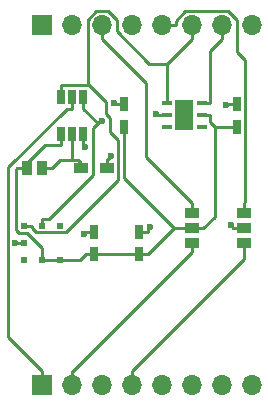
<source format=gtl>
G04 #@! TF.FileFunction,Copper,L1,Top,Signal*
%FSLAX46Y46*%
G04 Gerber Fmt 4.6, Leading zero omitted, Abs format (unit mm)*
G04 Created by KiCad (PCBNEW 4.0.7-e2-6376~58~ubuntu17.04.1) date Thu Oct  5 13:20:25 2017*
%MOMM*%
%LPD*%
G01*
G04 APERTURE LIST*
%ADD10C,0.100000*%
%ADD11R,0.750000X1.200000*%
%ADD12R,0.970000X1.270000*%
%ADD13R,1.700000X1.700000*%
%ADD14O,1.700000X1.700000*%
%ADD15R,1.270000X0.970000*%
%ADD16R,1.200000X0.900000*%
%ADD17R,0.700000X1.300000*%
%ADD18R,0.600000X0.500000*%
%ADD19R,0.500000X0.600000*%
%ADD20R,0.850000X0.450000*%
%ADD21R,1.600000X2.500000*%
%ADD22C,0.600000*%
%ADD23C,0.250000*%
G04 APERTURE END LIST*
D10*
D11*
X174625000Y-113980000D03*
X174625000Y-112080000D03*
X175895000Y-124775000D03*
X175895000Y-122875000D03*
X184150000Y-113980000D03*
X184150000Y-112080000D03*
X172085000Y-124775000D03*
X172085000Y-122875000D03*
D12*
X166365000Y-117475000D03*
X167645000Y-117475000D03*
D13*
X167640000Y-135890000D03*
D14*
X170180000Y-135890000D03*
X172720000Y-135890000D03*
X175260000Y-135890000D03*
X177800000Y-135890000D03*
X180340000Y-135890000D03*
X182880000Y-135890000D03*
X185420000Y-135890000D03*
D13*
X167640000Y-105410000D03*
D14*
X170180000Y-105410000D03*
X172720000Y-105410000D03*
X175260000Y-105410000D03*
X177800000Y-105410000D03*
X180340000Y-105410000D03*
X182880000Y-105410000D03*
X185420000Y-105410000D03*
D15*
X184785000Y-121285000D03*
X184785000Y-122555000D03*
X184785000Y-123825000D03*
X180340000Y-121285000D03*
X180340000Y-122555000D03*
X180340000Y-123825000D03*
D16*
X170985000Y-117475000D03*
X173185000Y-117475000D03*
D17*
X169230000Y-114580000D03*
X170180000Y-114580000D03*
X171130000Y-114580000D03*
X171130000Y-111480000D03*
X170180000Y-111480000D03*
X169230000Y-111480000D03*
D18*
X166140000Y-125275000D03*
X167640000Y-125275000D03*
X169140000Y-125275000D03*
X169140000Y-122375000D03*
X167640000Y-122375000D03*
X166140000Y-122375000D03*
D19*
X166140000Y-123825000D03*
D20*
X178255000Y-112030000D03*
X178255000Y-113030000D03*
X178255000Y-114030000D03*
X181155000Y-114030000D03*
X181155000Y-113030000D03*
X181155000Y-112030000D03*
D21*
X179705000Y-113030000D03*
D22*
X173465100Y-116489100D03*
X183267300Y-112195000D03*
X176783300Y-122517500D03*
X183621600Y-122351900D03*
X171305100Y-115730400D03*
X171207200Y-123052500D03*
X173711900Y-111977000D03*
X177301600Y-112943400D03*
X165387800Y-123877500D03*
X172769800Y-113483500D03*
D23*
X175895000Y-124775000D02*
X176595300Y-124775000D01*
X174625000Y-118364700D02*
X174625000Y-113980000D01*
X178815300Y-122555000D02*
X174625000Y-118364700D01*
X178815300Y-122555000D02*
X176595300Y-124775000D01*
X167640000Y-125275000D02*
X167640000Y-124699700D01*
X165480400Y-117549300D02*
X165554700Y-117475000D01*
X165480400Y-122751200D02*
X165480400Y-117549300D01*
X165723200Y-122994000D02*
X165480400Y-122751200D01*
X166339500Y-122994000D02*
X165723200Y-122994000D01*
X167640000Y-124294500D02*
X166339500Y-122994000D01*
X167640000Y-124699700D02*
X167640000Y-124294500D01*
X184150000Y-113980000D02*
X183449700Y-113980000D01*
X178815300Y-122555000D02*
X180340000Y-122555000D01*
X182255200Y-113980000D02*
X183449700Y-113980000D01*
X182255200Y-121600100D02*
X182255200Y-113980000D01*
X181300300Y-122555000D02*
X182255200Y-121600100D01*
X181905300Y-113630100D02*
X181905300Y-113030000D01*
X182255200Y-113980000D02*
X181905300Y-113630100D01*
X180340000Y-122555000D02*
X181300300Y-122555000D01*
X181155000Y-113030000D02*
X181905300Y-113030000D01*
X166365000Y-117475000D02*
X165959900Y-117475000D01*
X165959900Y-117475000D02*
X165554700Y-117475000D01*
X167879600Y-115555300D02*
X169230000Y-115555300D01*
X165959900Y-117475000D02*
X167879600Y-115555300D01*
X169230000Y-114580000D02*
X169230000Y-115555300D01*
X175895000Y-124775000D02*
X172085000Y-124775000D01*
X172085000Y-124775000D02*
X171384700Y-124775000D01*
X170884700Y-125275000D02*
X169140000Y-125275000D01*
X171384700Y-124775000D02*
X170884700Y-125275000D01*
X169140000Y-125275000D02*
X167640000Y-125275000D01*
X173185000Y-117475000D02*
X173185000Y-116699700D01*
X173254500Y-116699700D02*
X173185000Y-116699700D01*
X173465100Y-116489100D02*
X173254500Y-116699700D01*
X184150000Y-112080000D02*
X183449700Y-112080000D01*
X183334700Y-112195000D02*
X183449700Y-112080000D01*
X183267300Y-112195000D02*
X183334700Y-112195000D01*
X175895000Y-122875000D02*
X176595300Y-122875000D01*
X176595300Y-122705500D02*
X176595300Y-122875000D01*
X176783300Y-122517500D02*
X176595300Y-122705500D01*
X184785000Y-122555000D02*
X183824700Y-122555000D01*
X183621600Y-122351900D02*
X183824700Y-122555000D01*
X171130000Y-114580000D02*
X171130000Y-115555300D01*
X171305100Y-115730400D02*
X171130000Y-115555300D01*
X172085000Y-122875000D02*
X171384700Y-122875000D01*
X171207200Y-123052500D02*
X171384700Y-122875000D01*
X173821700Y-111977000D02*
X173924700Y-112080000D01*
X173711900Y-111977000D02*
X173821700Y-111977000D01*
X174625000Y-112080000D02*
X173924700Y-112080000D01*
X178255000Y-113030000D02*
X177504700Y-113030000D01*
X177418100Y-112943400D02*
X177504700Y-113030000D01*
X177301600Y-112943400D02*
X177418100Y-112943400D01*
X165512200Y-123877500D02*
X165564700Y-123825000D01*
X165387800Y-123877500D02*
X165512200Y-123877500D01*
X166140000Y-123825000D02*
X165564700Y-123825000D01*
X170985000Y-117475000D02*
X170985000Y-117087300D01*
X170180000Y-114580000D02*
X170180000Y-115555300D01*
X167645000Y-117475000D02*
X168455300Y-117475000D01*
X170180000Y-116782700D02*
X170180000Y-115555300D01*
X170680400Y-116782700D02*
X170180000Y-116782700D01*
X170985000Y-117087300D02*
X170680400Y-116782700D01*
X169147600Y-116782700D02*
X168455300Y-117475000D01*
X170180000Y-116782700D02*
X169147600Y-116782700D01*
X164760600Y-131835300D02*
X167640000Y-134714700D01*
X164760600Y-117432800D02*
X164760600Y-131835300D01*
X169738100Y-112455300D02*
X164760600Y-117432800D01*
X170180000Y-112455300D02*
X169738100Y-112455300D01*
X170180000Y-111480000D02*
X170180000Y-112455300D01*
X167640000Y-135890000D02*
X167640000Y-134714700D01*
X170260600Y-134714700D02*
X170180000Y-134714700D01*
X180340000Y-124635300D02*
X170260600Y-134714700D01*
X180340000Y-123825000D02*
X180340000Y-124635300D01*
X170180000Y-135890000D02*
X170180000Y-134714700D01*
X184785000Y-125189700D02*
X175260000Y-134714700D01*
X184785000Y-123825000D02*
X184785000Y-125189700D01*
X175260000Y-135890000D02*
X175260000Y-134714700D01*
X176415000Y-110280300D02*
X172720000Y-106585300D01*
X176415000Y-116549700D02*
X176415000Y-110280300D01*
X180340000Y-120474700D02*
X176415000Y-116549700D01*
X180340000Y-121285000D02*
X180340000Y-120474700D01*
X172720000Y-105410000D02*
X172720000Y-106585300D01*
X178975300Y-105042600D02*
X178975300Y-105410000D01*
X179783200Y-104234700D02*
X178975300Y-105042600D01*
X183412900Y-104234700D02*
X179783200Y-104234700D01*
X184150000Y-104971800D02*
X183412900Y-104234700D01*
X184150000Y-107642900D02*
X184150000Y-104971800D01*
X184850400Y-108343300D02*
X184150000Y-107642900D01*
X184850400Y-120409300D02*
X184850400Y-108343300D01*
X184785000Y-120474700D02*
X184850400Y-120409300D01*
X184785000Y-121285000D02*
X184785000Y-120474700D01*
X177800000Y-105410000D02*
X178975300Y-105410000D01*
X166140000Y-122375000D02*
X166765300Y-122375000D01*
X169230000Y-111480000D02*
X169230000Y-110504700D01*
X180340000Y-105410000D02*
X180340000Y-106585300D01*
X178255000Y-112030000D02*
X178255000Y-108670300D01*
X178255000Y-108670300D02*
X180340000Y-106585300D01*
X171534200Y-104924200D02*
X171534200Y-110504700D01*
X172256700Y-104201700D02*
X171534200Y-104924200D01*
X173202400Y-104201700D02*
X172256700Y-104201700D01*
X173990000Y-104989300D02*
X173202400Y-104201700D01*
X173990000Y-105910900D02*
X173990000Y-104989300D01*
X176749400Y-108670300D02*
X173990000Y-105910900D01*
X178255000Y-108670300D02*
X176749400Y-108670300D01*
X169230000Y-110504700D02*
X171534200Y-110504700D01*
X171664900Y-110504700D02*
X171534200Y-110504700D01*
X173048800Y-111888600D02*
X171664900Y-110504700D01*
X173048800Y-112878100D02*
X173048800Y-111888600D01*
X173395100Y-113224400D02*
X173048800Y-112878100D01*
X173395100Y-114435200D02*
X173395100Y-113224400D01*
X174110400Y-115150500D02*
X173395100Y-114435200D01*
X174110400Y-118487800D02*
X174110400Y-115150500D01*
X169647800Y-122950400D02*
X174110400Y-118487800D01*
X167144200Y-122950400D02*
X169647800Y-122950400D01*
X166765300Y-122571500D02*
X167144200Y-122950400D01*
X166765300Y-122375000D02*
X166765300Y-122571500D01*
X171130000Y-111480000D02*
X171130000Y-112455300D01*
X167640000Y-122375000D02*
X167640000Y-121799700D01*
X172355600Y-113680800D02*
X171130000Y-112455300D01*
X171930500Y-114105900D02*
X172355600Y-113680800D01*
X171930500Y-118084500D02*
X171930500Y-114105900D01*
X168215300Y-121799700D02*
X171930500Y-118084500D01*
X167640000Y-121799700D02*
X168215300Y-121799700D01*
X172552900Y-113483500D02*
X172769800Y-113483500D01*
X172355600Y-113680800D02*
X172552900Y-113483500D01*
X181905300Y-107560000D02*
X182880000Y-106585300D01*
X181905300Y-112030000D02*
X181905300Y-107560000D01*
X181155000Y-112030000D02*
X181905300Y-112030000D01*
X182880000Y-105410000D02*
X182880000Y-106585300D01*
M02*

</source>
